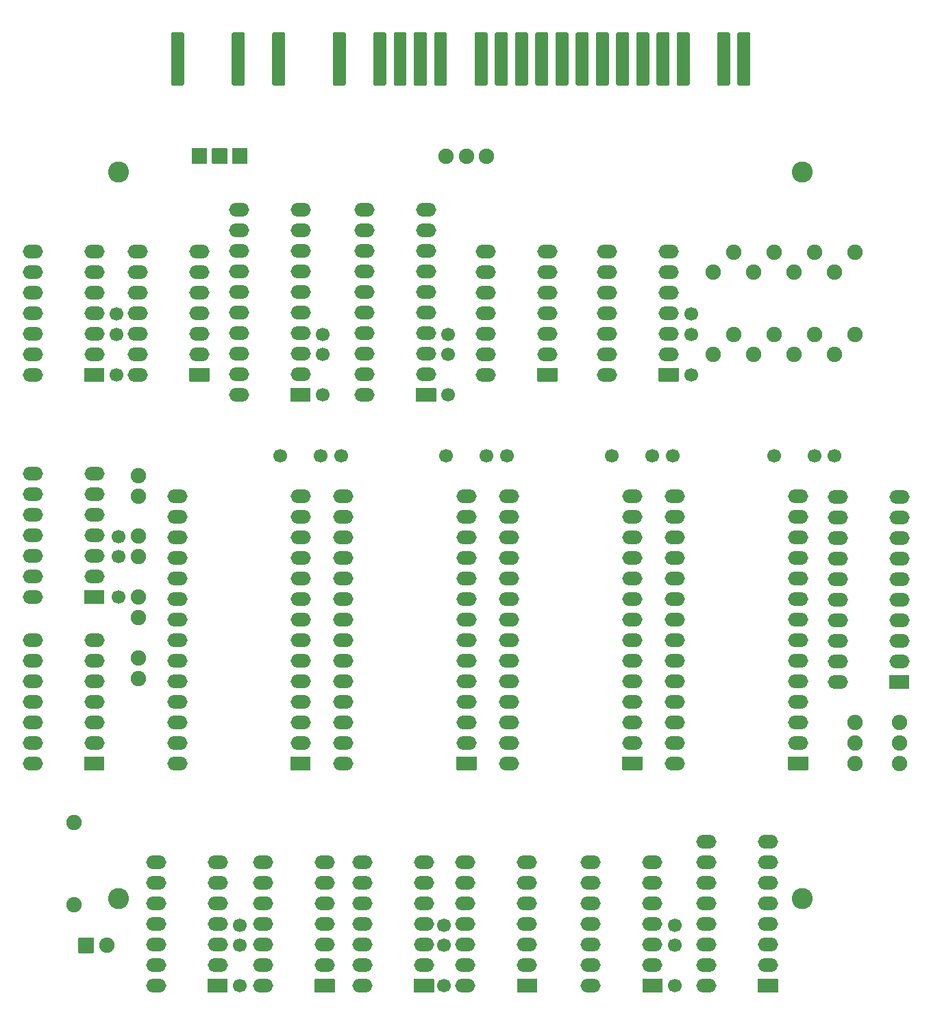
<source format=gbr>
%TF.GenerationSoftware,KiCad,Pcbnew,5.1.8*%
%TF.CreationDate,2020-11-14T22:04:03+01:00*%
%TF.ProjectId,M037,4d303337-2e6b-4696-9361-645f70636258,rev?*%
%TF.SameCoordinates,Original*%
%TF.FileFunction,Soldermask,Bot*%
%TF.FilePolarity,Negative*%
%FSLAX46Y46*%
G04 Gerber Fmt 4.6, Leading zero omitted, Abs format (unit mm)*
G04 Created by KiCad (PCBNEW 5.1.8) date 2020-11-14 22:04:03*
%MOMM*%
%LPD*%
G01*
G04 APERTURE LIST*
%ADD10O,1.900000X1.900000*%
%ADD11C,2.600000*%
%ADD12C,1.900000*%
%ADD13C,1.700000*%
%ADD14O,2.500000X1.700000*%
G04 APERTURE END LIST*
%TO.C,C1*%
G36*
G01*
X99050000Y-38900000D02*
X99050000Y-37100000D01*
G75*
G02*
X99100000Y-37050000I50000J0D01*
G01*
X100900000Y-37050000D01*
G75*
G02*
X100950000Y-37100000I0J-50000D01*
G01*
X100950000Y-38900000D01*
G75*
G02*
X100900000Y-38950000I-50000J0D01*
G01*
X99100000Y-38950000D01*
G75*
G02*
X99050000Y-38900000I0J50000D01*
G01*
G37*
G36*
G01*
X94050000Y-38900000D02*
X94050000Y-37100000D01*
G75*
G02*
X94100000Y-37050000I50000J0D01*
G01*
X95900000Y-37050000D01*
G75*
G02*
X95950000Y-37100000I0J-50000D01*
G01*
X95950000Y-38900000D01*
G75*
G02*
X95900000Y-38950000I-50000J0D01*
G01*
X94100000Y-38950000D01*
G75*
G02*
X94050000Y-38900000I0J50000D01*
G01*
G37*
G36*
G01*
X96550000Y-38900000D02*
X96550000Y-37100000D01*
G75*
G02*
X96600000Y-37050000I50000J0D01*
G01*
X98400000Y-37050000D01*
G75*
G02*
X98450000Y-37100000I0J-50000D01*
G01*
X98450000Y-38900000D01*
G75*
G02*
X98400000Y-38950000I-50000J0D01*
G01*
X96600000Y-38950000D01*
G75*
G02*
X96550000Y-38900000I0J50000D01*
G01*
G37*
D10*
X128000000Y-38000000D03*
X125500000Y-38000000D03*
X130500000Y-38000000D03*
%TD*%
%TO.C,X1*%
G36*
G01*
X141500000Y-29140000D02*
X141500000Y-22860000D01*
G75*
G02*
X141660000Y-22700000I160000J0D01*
G01*
X142940000Y-22700000D01*
G75*
G02*
X143100000Y-22860000I0J-160000D01*
G01*
X143100000Y-29140000D01*
G75*
G02*
X142940000Y-29300000I-160000J0D01*
G01*
X141660000Y-29300000D01*
G75*
G02*
X141500000Y-29140000I0J160000D01*
G01*
G37*
G36*
G01*
X144000000Y-29140000D02*
X144000000Y-22860000D01*
G75*
G02*
X144160000Y-22700000I160000J0D01*
G01*
X145440000Y-22700000D01*
G75*
G02*
X145600000Y-22860000I0J-160000D01*
G01*
X145600000Y-29140000D01*
G75*
G02*
X145440000Y-29300000I-160000J0D01*
G01*
X144160000Y-29300000D01*
G75*
G02*
X144000000Y-29140000I0J160000D01*
G01*
G37*
G36*
G01*
X146500000Y-29140000D02*
X146500000Y-22860000D01*
G75*
G02*
X146660000Y-22700000I160000J0D01*
G01*
X147940000Y-22700000D01*
G75*
G02*
X148100000Y-22860000I0J-160000D01*
G01*
X148100000Y-29140000D01*
G75*
G02*
X147940000Y-29300000I-160000J0D01*
G01*
X146660000Y-29300000D01*
G75*
G02*
X146500000Y-29140000I0J160000D01*
G01*
G37*
G36*
G01*
X149000000Y-29140000D02*
X149000000Y-22860000D01*
G75*
G02*
X149160000Y-22700000I160000J0D01*
G01*
X150440000Y-22700000D01*
G75*
G02*
X150600000Y-22860000I0J-160000D01*
G01*
X150600000Y-29140000D01*
G75*
G02*
X150440000Y-29300000I-160000J0D01*
G01*
X149160000Y-29300000D01*
G75*
G02*
X149000000Y-29140000I0J160000D01*
G01*
G37*
G36*
G01*
X151500000Y-29140000D02*
X151500000Y-22860000D01*
G75*
G02*
X151660000Y-22700000I160000J0D01*
G01*
X152940000Y-22700000D01*
G75*
G02*
X153100000Y-22860000I0J-160000D01*
G01*
X153100000Y-29140000D01*
G75*
G02*
X152940000Y-29300000I-160000J0D01*
G01*
X151660000Y-29300000D01*
G75*
G02*
X151500000Y-29140000I0J160000D01*
G01*
G37*
G36*
G01*
X154000000Y-29140000D02*
X154000000Y-22860000D01*
G75*
G02*
X154160000Y-22700000I160000J0D01*
G01*
X155440000Y-22700000D01*
G75*
G02*
X155600000Y-22860000I0J-160000D01*
G01*
X155600000Y-29140000D01*
G75*
G02*
X155440000Y-29300000I-160000J0D01*
G01*
X154160000Y-29300000D01*
G75*
G02*
X154000000Y-29140000I0J160000D01*
G01*
G37*
G36*
G01*
X159000000Y-29140000D02*
X159000000Y-22860000D01*
G75*
G02*
X159160000Y-22700000I160000J0D01*
G01*
X160440000Y-22700000D01*
G75*
G02*
X160600000Y-22860000I0J-160000D01*
G01*
X160600000Y-29140000D01*
G75*
G02*
X160440000Y-29300000I-160000J0D01*
G01*
X159160000Y-29300000D01*
G75*
G02*
X159000000Y-29140000I0J160000D01*
G01*
G37*
G36*
G01*
X91500000Y-29140000D02*
X91500000Y-22860000D01*
G75*
G02*
X91660000Y-22700000I160000J0D01*
G01*
X92940000Y-22700000D01*
G75*
G02*
X93100000Y-22860000I0J-160000D01*
G01*
X93100000Y-29140000D01*
G75*
G02*
X92940000Y-29300000I-160000J0D01*
G01*
X91660000Y-29300000D01*
G75*
G02*
X91500000Y-29140000I0J160000D01*
G01*
G37*
G36*
G01*
X99000000Y-29140000D02*
X99000000Y-22860000D01*
G75*
G02*
X99160000Y-22700000I160000J0D01*
G01*
X100440000Y-22700000D01*
G75*
G02*
X100600000Y-22860000I0J-160000D01*
G01*
X100600000Y-29140000D01*
G75*
G02*
X100440000Y-29300000I-160000J0D01*
G01*
X99160000Y-29300000D01*
G75*
G02*
X99000000Y-29140000I0J160000D01*
G01*
G37*
G36*
G01*
X104000000Y-29140000D02*
X104000000Y-22860000D01*
G75*
G02*
X104160000Y-22700000I160000J0D01*
G01*
X105440000Y-22700000D01*
G75*
G02*
X105600000Y-22860000I0J-160000D01*
G01*
X105600000Y-29140000D01*
G75*
G02*
X105440000Y-29300000I-160000J0D01*
G01*
X104160000Y-29300000D01*
G75*
G02*
X104000000Y-29140000I0J160000D01*
G01*
G37*
G36*
G01*
X111500000Y-29140000D02*
X111500000Y-22860000D01*
G75*
G02*
X111660000Y-22700000I160000J0D01*
G01*
X112940000Y-22700000D01*
G75*
G02*
X113100000Y-22860000I0J-160000D01*
G01*
X113100000Y-29140000D01*
G75*
G02*
X112940000Y-29300000I-160000J0D01*
G01*
X111660000Y-29300000D01*
G75*
G02*
X111500000Y-29140000I0J160000D01*
G01*
G37*
G36*
G01*
X161500000Y-29140000D02*
X161500000Y-22860000D01*
G75*
G02*
X161660000Y-22700000I160000J0D01*
G01*
X162940000Y-22700000D01*
G75*
G02*
X163100000Y-22860000I0J-160000D01*
G01*
X163100000Y-29140000D01*
G75*
G02*
X162940000Y-29300000I-160000J0D01*
G01*
X161660000Y-29300000D01*
G75*
G02*
X161500000Y-29140000I0J160000D01*
G01*
G37*
G36*
G01*
X116500000Y-29140000D02*
X116500000Y-22860000D01*
G75*
G02*
X116660000Y-22700000I160000J0D01*
G01*
X117940000Y-22700000D01*
G75*
G02*
X118100000Y-22860000I0J-160000D01*
G01*
X118100000Y-29140000D01*
G75*
G02*
X117940000Y-29300000I-160000J0D01*
G01*
X116660000Y-29300000D01*
G75*
G02*
X116500000Y-29140000I0J160000D01*
G01*
G37*
G36*
G01*
X119000000Y-29140000D02*
X119000000Y-22860000D01*
G75*
G02*
X119160000Y-22700000I160000J0D01*
G01*
X120440000Y-22700000D01*
G75*
G02*
X120600000Y-22860000I0J-160000D01*
G01*
X120600000Y-29140000D01*
G75*
G02*
X120440000Y-29300000I-160000J0D01*
G01*
X119160000Y-29300000D01*
G75*
G02*
X119000000Y-29140000I0J160000D01*
G01*
G37*
G36*
G01*
X121500000Y-29140000D02*
X121500000Y-22860000D01*
G75*
G02*
X121660000Y-22700000I160000J0D01*
G01*
X122940000Y-22700000D01*
G75*
G02*
X123100000Y-22860000I0J-160000D01*
G01*
X123100000Y-29140000D01*
G75*
G02*
X122940000Y-29300000I-160000J0D01*
G01*
X121660000Y-29300000D01*
G75*
G02*
X121500000Y-29140000I0J160000D01*
G01*
G37*
G36*
G01*
X124000000Y-29140000D02*
X124000000Y-22860000D01*
G75*
G02*
X124160000Y-22700000I160000J0D01*
G01*
X125440000Y-22700000D01*
G75*
G02*
X125600000Y-22860000I0J-160000D01*
G01*
X125600000Y-29140000D01*
G75*
G02*
X125440000Y-29300000I-160000J0D01*
G01*
X124160000Y-29300000D01*
G75*
G02*
X124000000Y-29140000I0J160000D01*
G01*
G37*
G36*
G01*
X129000000Y-29140000D02*
X129000000Y-22860000D01*
G75*
G02*
X129160000Y-22700000I160000J0D01*
G01*
X130440000Y-22700000D01*
G75*
G02*
X130600000Y-22860000I0J-160000D01*
G01*
X130600000Y-29140000D01*
G75*
G02*
X130440000Y-29300000I-160000J0D01*
G01*
X129160000Y-29300000D01*
G75*
G02*
X129000000Y-29140000I0J160000D01*
G01*
G37*
G36*
G01*
X131500000Y-29140000D02*
X131500000Y-22860000D01*
G75*
G02*
X131660000Y-22700000I160000J0D01*
G01*
X132940000Y-22700000D01*
G75*
G02*
X133100000Y-22860000I0J-160000D01*
G01*
X133100000Y-29140000D01*
G75*
G02*
X132940000Y-29300000I-160000J0D01*
G01*
X131660000Y-29300000D01*
G75*
G02*
X131500000Y-29140000I0J160000D01*
G01*
G37*
G36*
G01*
X134000000Y-29140000D02*
X134000000Y-22860000D01*
G75*
G02*
X134160000Y-22700000I160000J0D01*
G01*
X135440000Y-22700000D01*
G75*
G02*
X135600000Y-22860000I0J-160000D01*
G01*
X135600000Y-29140000D01*
G75*
G02*
X135440000Y-29300000I-160000J0D01*
G01*
X134160000Y-29300000D01*
G75*
G02*
X134000000Y-29140000I0J160000D01*
G01*
G37*
G36*
G01*
X136500000Y-29140000D02*
X136500000Y-22860000D01*
G75*
G02*
X136660000Y-22700000I160000J0D01*
G01*
X137940000Y-22700000D01*
G75*
G02*
X138100000Y-22860000I0J-160000D01*
G01*
X138100000Y-29140000D01*
G75*
G02*
X137940000Y-29300000I-160000J0D01*
G01*
X136660000Y-29300000D01*
G75*
G02*
X136500000Y-29140000I0J160000D01*
G01*
G37*
G36*
G01*
X139000000Y-29140000D02*
X139000000Y-22860000D01*
G75*
G02*
X139160000Y-22700000I160000J0D01*
G01*
X140440000Y-22700000D01*
G75*
G02*
X140600000Y-22860000I0J-160000D01*
G01*
X140600000Y-29140000D01*
G75*
G02*
X140440000Y-29300000I-160000J0D01*
G01*
X139160000Y-29300000D01*
G75*
G02*
X139000000Y-29140000I0J160000D01*
G01*
G37*
%TD*%
D11*
%TO.C,REF\u002A\u002A*%
X85000000Y-129750000D03*
%TD*%
%TO.C,REF\u002A\u002A*%
X169500000Y-129750000D03*
%TD*%
%TO.C,REF\u002A\u002A*%
X169500000Y-40000000D03*
%TD*%
%TO.C,REF\u002A\u002A*%
X85000000Y-40000000D03*
%TD*%
D12*
%TO.C,B01*%
X83540000Y-135500000D03*
G36*
G01*
X80050000Y-136400000D02*
X80050000Y-134600000D01*
G75*
G02*
X80100000Y-134550000I50000J0D01*
G01*
X81900000Y-134550000D01*
G75*
G02*
X81950000Y-134600000I0J-50000D01*
G01*
X81950000Y-136400000D01*
G75*
G02*
X81900000Y-136450000I-50000J0D01*
G01*
X80100000Y-136450000D01*
G75*
G02*
X80050000Y-136400000I0J50000D01*
G01*
G37*
%TD*%
D13*
%TO.C,C5*%
X173500000Y-75000000D03*
X171000000Y-75000000D03*
X166000000Y-75000000D03*
%TD*%
%TO.C,C4*%
X153500000Y-75000000D03*
X151000000Y-75000000D03*
X146000000Y-75000000D03*
%TD*%
%TO.C,C3*%
X133000000Y-75000000D03*
X130500000Y-75000000D03*
X125500000Y-75000000D03*
%TD*%
%TO.C,C2*%
X112500000Y-75000000D03*
X110000000Y-75000000D03*
X105000000Y-75000000D03*
%TD*%
%TO.C,C13*%
X153750000Y-133000000D03*
X153750000Y-135500000D03*
X153750000Y-140500000D03*
%TD*%
%TO.C,C12*%
X125250000Y-133000000D03*
X125250000Y-135500000D03*
X125250000Y-140500000D03*
%TD*%
%TO.C,C11*%
X100000000Y-133000000D03*
X100000000Y-135500000D03*
X100000000Y-140500000D03*
%TD*%
%TO.C,C10*%
X85000000Y-85000000D03*
X85000000Y-87500000D03*
X85000000Y-92500000D03*
%TD*%
%TO.C,C9*%
X155750000Y-57500000D03*
X155750000Y-60000000D03*
X155750000Y-65000000D03*
%TD*%
%TO.C,C8*%
X125750000Y-60000000D03*
X125750000Y-62500000D03*
X125750000Y-67500000D03*
%TD*%
%TO.C,C7*%
X110250000Y-60000000D03*
X110250000Y-62500000D03*
X110250000Y-67500000D03*
%TD*%
%TO.C,C6*%
X84750000Y-57500000D03*
X84750000Y-60000000D03*
X84750000Y-65000000D03*
%TD*%
D12*
%TO.C,R8*%
X173500000Y-52340000D03*
X173500000Y-62500000D03*
%TD*%
%TO.C,R7*%
X176000000Y-49840000D03*
X176000000Y-60000000D03*
%TD*%
%TO.C,R6*%
X168500000Y-52340000D03*
X168500000Y-62500000D03*
%TD*%
%TO.C,R5*%
X171000000Y-49840000D03*
X171000000Y-60000000D03*
%TD*%
%TO.C,R4*%
X163500000Y-52340000D03*
X163500000Y-62500000D03*
%TD*%
%TO.C,R3*%
X166000000Y-49840000D03*
X166000000Y-60000000D03*
%TD*%
%TO.C,R2*%
X158500000Y-52340000D03*
X158500000Y-62500000D03*
%TD*%
%TO.C,R1*%
X161000000Y-49840000D03*
X161000000Y-60000000D03*
%TD*%
%TO.C,R9*%
X79500000Y-120340000D03*
X79500000Y-130500000D03*
%TD*%
D14*
%TO.C,D1*%
X102880000Y-140500000D03*
X110500000Y-125260000D03*
X102880000Y-137960000D03*
X110500000Y-127800000D03*
X102880000Y-135420000D03*
X110500000Y-130340000D03*
X102880000Y-132880000D03*
X110500000Y-132880000D03*
X102880000Y-130340000D03*
X110500000Y-135420000D03*
X102880000Y-127800000D03*
X110500000Y-137960000D03*
X102880000Y-125260000D03*
G36*
G01*
X111750000Y-139700000D02*
X111750000Y-141300000D01*
G75*
G02*
X111700000Y-141350000I-50000J0D01*
G01*
X109300000Y-141350000D01*
G75*
G02*
X109250000Y-141300000I0J50000D01*
G01*
X109250000Y-139700000D01*
G75*
G02*
X109300000Y-139650000I50000J0D01*
G01*
X111700000Y-139650000D01*
G75*
G02*
X111750000Y-139700000I0J-50000D01*
G01*
G37*
%TD*%
D12*
%TO.C,RB08*%
X87500000Y-95040000D03*
X87500000Y-92500000D03*
%TD*%
%TO.C,RB07*%
X87500000Y-84960000D03*
X87500000Y-87500000D03*
%TD*%
%TO.C,RB06*%
X87500000Y-99960000D03*
X87500000Y-102500000D03*
%TD*%
%TO.C,RB05*%
X181500000Y-110460000D03*
X181500000Y-107920000D03*
%TD*%
%TO.C,RB04*%
X176000000Y-110460000D03*
X176000000Y-107920000D03*
%TD*%
%TO.C,RB03*%
X176000000Y-110460000D03*
X176000000Y-113000000D03*
%TD*%
%TO.C,RB02*%
X181500000Y-110460000D03*
X181500000Y-113000000D03*
%TD*%
%TO.C,RB01*%
X87500000Y-80040000D03*
X87500000Y-77500000D03*
%TD*%
D14*
%TO.C,D19*%
X153760000Y-113000000D03*
X169000000Y-79980000D03*
X153760000Y-110460000D03*
X169000000Y-82520000D03*
X153760000Y-107920000D03*
X169000000Y-85060000D03*
X153760000Y-105380000D03*
X169000000Y-87600000D03*
X153760000Y-102840000D03*
X169000000Y-90140000D03*
X153760000Y-100300000D03*
X169000000Y-92680000D03*
X153760000Y-97760000D03*
X169000000Y-95220000D03*
X153760000Y-95220000D03*
X169000000Y-97760000D03*
X153760000Y-92680000D03*
X169000000Y-100300000D03*
X153760000Y-90140000D03*
X169000000Y-102840000D03*
X153760000Y-87600000D03*
X169000000Y-105380000D03*
X153760000Y-85060000D03*
X169000000Y-107920000D03*
X153760000Y-82520000D03*
X169000000Y-110460000D03*
X153760000Y-79980000D03*
G36*
G01*
X170250000Y-112200000D02*
X170250000Y-113800000D01*
G75*
G02*
X170200000Y-113850000I-50000J0D01*
G01*
X167800000Y-113850000D01*
G75*
G02*
X167750000Y-113800000I0J50000D01*
G01*
X167750000Y-112200000D01*
G75*
G02*
X167800000Y-112150000I50000J0D01*
G01*
X170200000Y-112150000D01*
G75*
G02*
X170250000Y-112200000I0J-50000D01*
G01*
G37*
%TD*%
%TO.C,D18*%
X133260000Y-113000000D03*
X148500000Y-79980000D03*
X133260000Y-110460000D03*
X148500000Y-82520000D03*
X133260000Y-107920000D03*
X148500000Y-85060000D03*
X133260000Y-105380000D03*
X148500000Y-87600000D03*
X133260000Y-102840000D03*
X148500000Y-90140000D03*
X133260000Y-100300000D03*
X148500000Y-92680000D03*
X133260000Y-97760000D03*
X148500000Y-95220000D03*
X133260000Y-95220000D03*
X148500000Y-97760000D03*
X133260000Y-92680000D03*
X148500000Y-100300000D03*
X133260000Y-90140000D03*
X148500000Y-102840000D03*
X133260000Y-87600000D03*
X148500000Y-105380000D03*
X133260000Y-85060000D03*
X148500000Y-107920000D03*
X133260000Y-82520000D03*
X148500000Y-110460000D03*
X133260000Y-79980000D03*
G36*
G01*
X149750000Y-112200000D02*
X149750000Y-113800000D01*
G75*
G02*
X149700000Y-113850000I-50000J0D01*
G01*
X147300000Y-113850000D01*
G75*
G02*
X147250000Y-113800000I0J50000D01*
G01*
X147250000Y-112200000D01*
G75*
G02*
X147300000Y-112150000I50000J0D01*
G01*
X149700000Y-112150000D01*
G75*
G02*
X149750000Y-112200000I0J-50000D01*
G01*
G37*
%TD*%
%TO.C,D17*%
X112760000Y-113000000D03*
X128000000Y-79980000D03*
X112760000Y-110460000D03*
X128000000Y-82520000D03*
X112760000Y-107920000D03*
X128000000Y-85060000D03*
X112760000Y-105380000D03*
X128000000Y-87600000D03*
X112760000Y-102840000D03*
X128000000Y-90140000D03*
X112760000Y-100300000D03*
X128000000Y-92680000D03*
X112760000Y-97760000D03*
X128000000Y-95220000D03*
X112760000Y-95220000D03*
X128000000Y-97760000D03*
X112760000Y-92680000D03*
X128000000Y-100300000D03*
X112760000Y-90140000D03*
X128000000Y-102840000D03*
X112760000Y-87600000D03*
X128000000Y-105380000D03*
X112760000Y-85060000D03*
X128000000Y-107920000D03*
X112760000Y-82520000D03*
X128000000Y-110460000D03*
X112760000Y-79980000D03*
G36*
G01*
X129250000Y-112200000D02*
X129250000Y-113800000D01*
G75*
G02*
X129200000Y-113850000I-50000J0D01*
G01*
X126800000Y-113850000D01*
G75*
G02*
X126750000Y-113800000I0J50000D01*
G01*
X126750000Y-112200000D01*
G75*
G02*
X126800000Y-112150000I50000J0D01*
G01*
X129200000Y-112150000D01*
G75*
G02*
X129250000Y-112200000I0J-50000D01*
G01*
G37*
%TD*%
%TO.C,D16*%
X92260000Y-113000000D03*
X107500000Y-79980000D03*
X92260000Y-110460000D03*
X107500000Y-82520000D03*
X92260000Y-107920000D03*
X107500000Y-85060000D03*
X92260000Y-105380000D03*
X107500000Y-87600000D03*
X92260000Y-102840000D03*
X107500000Y-90140000D03*
X92260000Y-100300000D03*
X107500000Y-92680000D03*
X92260000Y-97760000D03*
X107500000Y-95220000D03*
X92260000Y-95220000D03*
X107500000Y-97760000D03*
X92260000Y-92680000D03*
X107500000Y-100300000D03*
X92260000Y-90140000D03*
X107500000Y-102840000D03*
X92260000Y-87600000D03*
X107500000Y-105380000D03*
X92260000Y-85060000D03*
X107500000Y-107920000D03*
X92260000Y-82520000D03*
X107500000Y-110460000D03*
X92260000Y-79980000D03*
G36*
G01*
X108750000Y-112200000D02*
X108750000Y-113800000D01*
G75*
G02*
X108700000Y-113850000I-50000J0D01*
G01*
X106300000Y-113850000D01*
G75*
G02*
X106250000Y-113800000I0J50000D01*
G01*
X106250000Y-112200000D01*
G75*
G02*
X106300000Y-112150000I50000J0D01*
G01*
X108700000Y-112150000D01*
G75*
G02*
X108750000Y-112200000I0J-50000D01*
G01*
G37*
%TD*%
%TO.C,D15*%
X143380000Y-140500000D03*
X151000000Y-125260000D03*
X143380000Y-137960000D03*
X151000000Y-127800000D03*
X143380000Y-135420000D03*
X151000000Y-130340000D03*
X143380000Y-132880000D03*
X151000000Y-132880000D03*
X143380000Y-130340000D03*
X151000000Y-135420000D03*
X143380000Y-127800000D03*
X151000000Y-137960000D03*
X143380000Y-125260000D03*
G36*
G01*
X152250000Y-139700000D02*
X152250000Y-141300000D01*
G75*
G02*
X152200000Y-141350000I-50000J0D01*
G01*
X149800000Y-141350000D01*
G75*
G02*
X149750000Y-141300000I0J50000D01*
G01*
X149750000Y-139700000D01*
G75*
G02*
X149800000Y-139650000I50000J0D01*
G01*
X152200000Y-139650000D01*
G75*
G02*
X152250000Y-139700000I0J-50000D01*
G01*
G37*
%TD*%
%TO.C,D14*%
X127880000Y-140500000D03*
X135500000Y-125260000D03*
X127880000Y-137960000D03*
X135500000Y-127800000D03*
X127880000Y-135420000D03*
X135500000Y-130340000D03*
X127880000Y-132880000D03*
X135500000Y-132880000D03*
X127880000Y-130340000D03*
X135500000Y-135420000D03*
X127880000Y-127800000D03*
X135500000Y-137960000D03*
X127880000Y-125260000D03*
G36*
G01*
X136750000Y-139700000D02*
X136750000Y-141300000D01*
G75*
G02*
X136700000Y-141350000I-50000J0D01*
G01*
X134300000Y-141350000D01*
G75*
G02*
X134250000Y-141300000I0J50000D01*
G01*
X134250000Y-139700000D01*
G75*
G02*
X134300000Y-139650000I50000J0D01*
G01*
X136700000Y-139650000D01*
G75*
G02*
X136750000Y-139700000I0J-50000D01*
G01*
G37*
%TD*%
%TO.C,D13*%
X74380000Y-65000000D03*
X82000000Y-49760000D03*
X74380000Y-62460000D03*
X82000000Y-52300000D03*
X74380000Y-59920000D03*
X82000000Y-54840000D03*
X74380000Y-57380000D03*
X82000000Y-57380000D03*
X74380000Y-54840000D03*
X82000000Y-59920000D03*
X74380000Y-52300000D03*
X82000000Y-62460000D03*
X74380000Y-49760000D03*
G36*
G01*
X83250000Y-64200000D02*
X83250000Y-65800000D01*
G75*
G02*
X83200000Y-65850000I-50000J0D01*
G01*
X80800000Y-65850000D01*
G75*
G02*
X80750000Y-65800000I0J50000D01*
G01*
X80750000Y-64200000D01*
G75*
G02*
X80800000Y-64150000I50000J0D01*
G01*
X83200000Y-64150000D01*
G75*
G02*
X83250000Y-64200000I0J-50000D01*
G01*
G37*
%TD*%
%TO.C,D12*%
X87380000Y-65000000D03*
X95000000Y-49760000D03*
X87380000Y-62460000D03*
X95000000Y-52300000D03*
X87380000Y-59920000D03*
X95000000Y-54840000D03*
X87380000Y-57380000D03*
X95000000Y-57380000D03*
X87380000Y-54840000D03*
X95000000Y-59920000D03*
X87380000Y-52300000D03*
X95000000Y-62460000D03*
X87380000Y-49760000D03*
G36*
G01*
X96250000Y-64200000D02*
X96250000Y-65800000D01*
G75*
G02*
X96200000Y-65850000I-50000J0D01*
G01*
X93800000Y-65850000D01*
G75*
G02*
X93750000Y-65800000I0J50000D01*
G01*
X93750000Y-64200000D01*
G75*
G02*
X93800000Y-64150000I50000J0D01*
G01*
X96200000Y-64150000D01*
G75*
G02*
X96250000Y-64200000I0J-50000D01*
G01*
G37*
%TD*%
%TO.C,D11*%
X89630000Y-140500000D03*
X97250000Y-125260000D03*
X89630000Y-137960000D03*
X97250000Y-127800000D03*
X89630000Y-135420000D03*
X97250000Y-130340000D03*
X89630000Y-132880000D03*
X97250000Y-132880000D03*
X89630000Y-130340000D03*
X97250000Y-135420000D03*
X89630000Y-127800000D03*
X97250000Y-137960000D03*
X89630000Y-125260000D03*
G36*
G01*
X98500000Y-139700000D02*
X98500000Y-141300000D01*
G75*
G02*
X98450000Y-141350000I-50000J0D01*
G01*
X96050000Y-141350000D01*
G75*
G02*
X96000000Y-141300000I0J50000D01*
G01*
X96000000Y-139700000D01*
G75*
G02*
X96050000Y-139650000I50000J0D01*
G01*
X98450000Y-139650000D01*
G75*
G02*
X98500000Y-139700000I0J-50000D01*
G01*
G37*
%TD*%
%TO.C,D10*%
X74380000Y-92500000D03*
X82000000Y-77260000D03*
X74380000Y-89960000D03*
X82000000Y-79800000D03*
X74380000Y-87420000D03*
X82000000Y-82340000D03*
X74380000Y-84880000D03*
X82000000Y-84880000D03*
X74380000Y-82340000D03*
X82000000Y-87420000D03*
X74380000Y-79800000D03*
X82000000Y-89960000D03*
X74380000Y-77260000D03*
G36*
G01*
X83250000Y-91700000D02*
X83250000Y-93300000D01*
G75*
G02*
X83200000Y-93350000I-50000J0D01*
G01*
X80800000Y-93350000D01*
G75*
G02*
X80750000Y-93300000I0J50000D01*
G01*
X80750000Y-91700000D01*
G75*
G02*
X80800000Y-91650000I50000J0D01*
G01*
X83200000Y-91650000D01*
G75*
G02*
X83250000Y-91700000I0J-50000D01*
G01*
G37*
%TD*%
%TO.C,D9*%
X157630000Y-140500000D03*
X165250000Y-122720000D03*
X157630000Y-137960000D03*
X165250000Y-125260000D03*
X157630000Y-135420000D03*
X165250000Y-127800000D03*
X157630000Y-132880000D03*
X165250000Y-130340000D03*
X157630000Y-130340000D03*
X165250000Y-132880000D03*
X157630000Y-127800000D03*
X165250000Y-135420000D03*
X157630000Y-125260000D03*
X165250000Y-137960000D03*
X157630000Y-122720000D03*
G36*
G01*
X166500000Y-139700000D02*
X166500000Y-141300000D01*
G75*
G02*
X166450000Y-141350000I-50000J0D01*
G01*
X164050000Y-141350000D01*
G75*
G02*
X164000000Y-141300000I0J50000D01*
G01*
X164000000Y-139700000D01*
G75*
G02*
X164050000Y-139650000I50000J0D01*
G01*
X166450000Y-139650000D01*
G75*
G02*
X166500000Y-139700000I0J-50000D01*
G01*
G37*
%TD*%
%TO.C,D8*%
X74380000Y-113000000D03*
X82000000Y-97760000D03*
X74380000Y-110460000D03*
X82000000Y-100300000D03*
X74380000Y-107920000D03*
X82000000Y-102840000D03*
X74380000Y-105380000D03*
X82000000Y-105380000D03*
X74380000Y-102840000D03*
X82000000Y-107920000D03*
X74380000Y-100300000D03*
X82000000Y-110460000D03*
X74380000Y-97760000D03*
G36*
G01*
X83250000Y-112200000D02*
X83250000Y-113800000D01*
G75*
G02*
X83200000Y-113850000I-50000J0D01*
G01*
X80800000Y-113850000D01*
G75*
G02*
X80750000Y-113800000I0J50000D01*
G01*
X80750000Y-112200000D01*
G75*
G02*
X80800000Y-112150000I50000J0D01*
G01*
X83200000Y-112150000D01*
G75*
G02*
X83250000Y-112200000I0J-50000D01*
G01*
G37*
%TD*%
%TO.C,D7*%
X130380000Y-65000000D03*
X138000000Y-49760000D03*
X130380000Y-62460000D03*
X138000000Y-52300000D03*
X130380000Y-59920000D03*
X138000000Y-54840000D03*
X130380000Y-57380000D03*
X138000000Y-57380000D03*
X130380000Y-54840000D03*
X138000000Y-59920000D03*
X130380000Y-52300000D03*
X138000000Y-62460000D03*
X130380000Y-49760000D03*
G36*
G01*
X139250000Y-64200000D02*
X139250000Y-65800000D01*
G75*
G02*
X139200000Y-65850000I-50000J0D01*
G01*
X136800000Y-65850000D01*
G75*
G02*
X136750000Y-65800000I0J50000D01*
G01*
X136750000Y-64200000D01*
G75*
G02*
X136800000Y-64150000I50000J0D01*
G01*
X139200000Y-64150000D01*
G75*
G02*
X139250000Y-64200000I0J-50000D01*
G01*
G37*
%TD*%
%TO.C,D6*%
X173880000Y-103000000D03*
X181500000Y-80140000D03*
X173880000Y-100460000D03*
X181500000Y-82680000D03*
X173880000Y-97920000D03*
X181500000Y-85220000D03*
X173880000Y-95380000D03*
X181500000Y-87760000D03*
X173880000Y-92840000D03*
X181500000Y-90300000D03*
X173880000Y-90300000D03*
X181500000Y-92840000D03*
X173880000Y-87760000D03*
X181500000Y-95380000D03*
X173880000Y-85220000D03*
X181500000Y-97920000D03*
X173880000Y-82680000D03*
X181500000Y-100460000D03*
X173880000Y-80140000D03*
G36*
G01*
X182750000Y-102200000D02*
X182750000Y-103800000D01*
G75*
G02*
X182700000Y-103850000I-50000J0D01*
G01*
X180300000Y-103850000D01*
G75*
G02*
X180250000Y-103800000I0J50000D01*
G01*
X180250000Y-102200000D01*
G75*
G02*
X180300000Y-102150000I50000J0D01*
G01*
X182700000Y-102150000D01*
G75*
G02*
X182750000Y-102200000I0J-50000D01*
G01*
G37*
%TD*%
%TO.C,D5*%
X115380000Y-67500000D03*
X123000000Y-44640000D03*
X115380000Y-64960000D03*
X123000000Y-47180000D03*
X115380000Y-62420000D03*
X123000000Y-49720000D03*
X115380000Y-59880000D03*
X123000000Y-52260000D03*
X115380000Y-57340000D03*
X123000000Y-54800000D03*
X115380000Y-54800000D03*
X123000000Y-57340000D03*
X115380000Y-52260000D03*
X123000000Y-59880000D03*
X115380000Y-49720000D03*
X123000000Y-62420000D03*
X115380000Y-47180000D03*
X123000000Y-64960000D03*
X115380000Y-44640000D03*
G36*
G01*
X124250000Y-66700000D02*
X124250000Y-68300000D01*
G75*
G02*
X124200000Y-68350000I-50000J0D01*
G01*
X121800000Y-68350000D01*
G75*
G02*
X121750000Y-68300000I0J50000D01*
G01*
X121750000Y-66700000D01*
G75*
G02*
X121800000Y-66650000I50000J0D01*
G01*
X124200000Y-66650000D01*
G75*
G02*
X124250000Y-66700000I0J-50000D01*
G01*
G37*
%TD*%
%TO.C,D4*%
X99880000Y-67500000D03*
X107500000Y-44640000D03*
X99880000Y-64960000D03*
X107500000Y-47180000D03*
X99880000Y-62420000D03*
X107500000Y-49720000D03*
X99880000Y-59880000D03*
X107500000Y-52260000D03*
X99880000Y-57340000D03*
X107500000Y-54800000D03*
X99880000Y-54800000D03*
X107500000Y-57340000D03*
X99880000Y-52260000D03*
X107500000Y-59880000D03*
X99880000Y-49720000D03*
X107500000Y-62420000D03*
X99880000Y-47180000D03*
X107500000Y-64960000D03*
X99880000Y-44640000D03*
G36*
G01*
X108750000Y-66700000D02*
X108750000Y-68300000D01*
G75*
G02*
X108700000Y-68350000I-50000J0D01*
G01*
X106300000Y-68350000D01*
G75*
G02*
X106250000Y-68300000I0J50000D01*
G01*
X106250000Y-66700000D01*
G75*
G02*
X106300000Y-66650000I50000J0D01*
G01*
X108700000Y-66650000D01*
G75*
G02*
X108750000Y-66700000I0J-50000D01*
G01*
G37*
%TD*%
%TO.C,D3*%
X115130000Y-140500000D03*
X122750000Y-125260000D03*
X115130000Y-137960000D03*
X122750000Y-127800000D03*
X115130000Y-135420000D03*
X122750000Y-130340000D03*
X115130000Y-132880000D03*
X122750000Y-132880000D03*
X115130000Y-130340000D03*
X122750000Y-135420000D03*
X115130000Y-127800000D03*
X122750000Y-137960000D03*
X115130000Y-125260000D03*
G36*
G01*
X124000000Y-139700000D02*
X124000000Y-141300000D01*
G75*
G02*
X123950000Y-141350000I-50000J0D01*
G01*
X121550000Y-141350000D01*
G75*
G02*
X121500000Y-141300000I0J50000D01*
G01*
X121500000Y-139700000D01*
G75*
G02*
X121550000Y-139650000I50000J0D01*
G01*
X123950000Y-139650000D01*
G75*
G02*
X124000000Y-139700000I0J-50000D01*
G01*
G37*
%TD*%
%TO.C,D2*%
X145380000Y-65000000D03*
X153000000Y-49760000D03*
X145380000Y-62460000D03*
X153000000Y-52300000D03*
X145380000Y-59920000D03*
X153000000Y-54840000D03*
X145380000Y-57380000D03*
X153000000Y-57380000D03*
X145380000Y-54840000D03*
X153000000Y-59920000D03*
X145380000Y-52300000D03*
X153000000Y-62460000D03*
X145380000Y-49760000D03*
G36*
G01*
X154250000Y-64200000D02*
X154250000Y-65800000D01*
G75*
G02*
X154200000Y-65850000I-50000J0D01*
G01*
X151800000Y-65850000D01*
G75*
G02*
X151750000Y-65800000I0J50000D01*
G01*
X151750000Y-64200000D01*
G75*
G02*
X151800000Y-64150000I50000J0D01*
G01*
X154200000Y-64150000D01*
G75*
G02*
X154250000Y-64200000I0J-50000D01*
G01*
G37*
%TD*%
M02*

</source>
